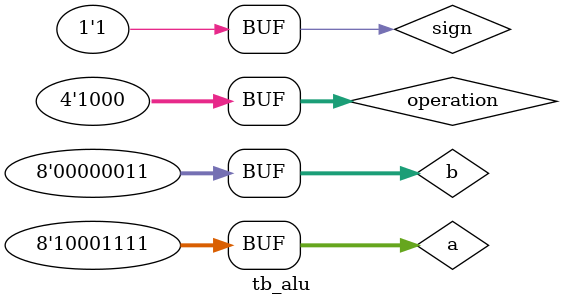
<source format=sv>

`timescale 1ns/100ps

`include "./alu.sv"

module tb_alu #(parameter N = 8); // parameterize the number of bits;
    //
    // ---------------- DECLARATIONS OF DATA TYPES ----------------
    //

    logic [N-1:0] a, b; // Inputs
    logic [3:0] operation; // Operation selector
    wire [N-1:0] result; // Output result
    logic sign; // signed bit
   //
   // ---------------- INSTANTIATE UNIT UNDER TEST (DUT) ----------------
   //
   alu #(.N(N)) dut (
        .a(a), 
        .b(b), 
        .operation(operation), 
        .result(result),
        .sign(sign) // signed bit
    );
   
   
    //
    // ---------------- INITIALIZE TEST BENCH ----------------
    //
    initial begin : initialize_variables
    end

    initial begin : dump_variables
      $dumpfile("tb_alu.vcd"); // for Makefile, make dump file same as module name
      $dumpvars(0, dut);
    end

    /*
    * display variables
    */
    initial begin: display_vars
        $monitor ($time, " ns | a=%b b=%b operation=%b sign=%b result=%b", a, b, operation, sign, result);
    end

    initial begin
        sign = 1'b0;
        a = 8'b00001111; 
        b = 8'b00000011; 

        for (int op = 0; op < 9; op++) begin
            operation = op[3:0];
            #10; 
        end


        sign = 1'b1;
        a = 8'b10001111;
        b = 4'b0011;
        for (int op = 0; op < 9; op++) begin
            operation = op[3:0];
            #10; 
        end

      
    end


    

endmodule


</source>
